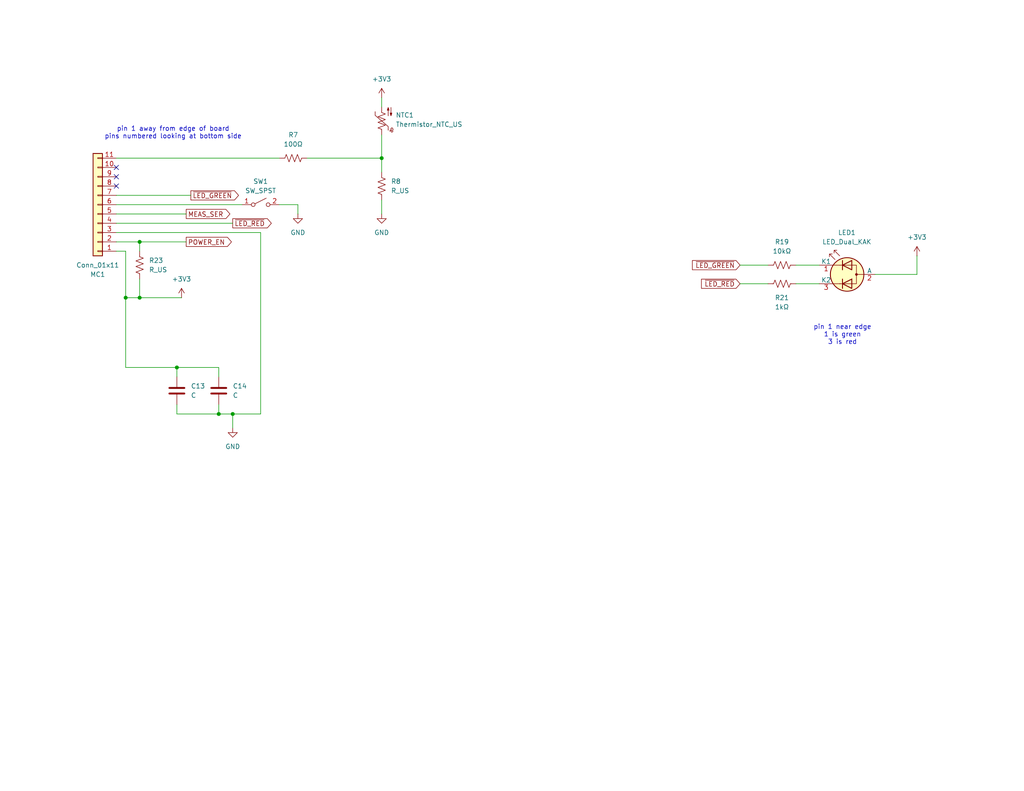
<source format=kicad_sch>
(kicad_sch (version 20250114) (generator "eeschema") (generator_version "9.0")
  (paper "USLetter")
  (lib_symbols
    (symbol "Connector_Generic:Conn_01x11" (pin_names (offset 1.016) (hide yes))
      (property "Reference" "J" (at 0 15.24 0))
      (property "Value" "Conn_01x11" (at 0 -15.24 0))
      (symbol "Conn_01x11_1_1"
        (rectangle (start -1.27 13.97) (end 1.27 -13.97) (stroke (width 0.254)) (fill (type background)))
        (rectangle (start -1.27 12.827) (end 0 12.573) (stroke (width 0.1524)))
        (rectangle (start -1.27 10.287) (end 0 10.033) (stroke (width 0.1524)))
        (rectangle (start -1.27 7.747) (end 0 7.493) (stroke (width 0.1524)))
        (rectangle (start -1.27 5.207) (end 0 4.953) (stroke (width 0.1524)))
        (rectangle (start -1.27 2.667) (end 0 2.413) (stroke (width 0.1524)))
        (rectangle (start -1.27 0.127) (end 0 -0.127) (stroke (width 0.1524)))
        (rectangle (start -1.27 -2.413) (end 0 -2.667) (stroke (width 0.1524)))
        (rectangle (start -1.27 -4.953) (end 0 -5.207) (stroke (width 0.1524)))
        (rectangle (start -1.27 -7.493) (end 0 -7.747) (stroke (width 0.1524)))
        (rectangle (start -1.27 -10.033) (end 0 -10.287) (stroke (width 0.1524)))
        (rectangle (start -1.27 -12.573) (end 0 -12.827) (stroke (width 0.1524)))
        (pin passive line (at -5.08 12.7 0) (length 3.81) (name "Pin_1") (number "1"))
        (pin passive line (at -5.08 10.16 0) (length 3.81) (name "Pin_2") (number "2"))
        (pin passive line (at -5.08 7.62 0) (length 3.81) (name "Pin_3") (number "3"))
        (pin passive line (at -5.08 5.08 0) (length 3.81) (name "Pin_4") (number "4"))
        (pin passive line (at -5.08 2.54 0) (length 3.81) (name "Pin_5") (number "5"))
        (pin passive line (at -5.08 0 0) (length 3.81) (name "Pin_6") (number "6"))
        (pin passive line (at -5.08 -2.54 0) (length 3.81) (name "Pin_7") (number "7"))
        (pin passive line (at -5.08 -5.08 0) (length 3.81) (name "Pin_8") (number "8"))
        (pin passive line (at -5.08 -7.62 0) (length 3.81) (name "Pin_9") (number "9"))
        (pin passive line (at -5.08 -10.16 0) (length 3.81) (name "Pin_10") (number "10"))
        (pin passive line (at -5.08 -12.7 0) (length 3.81) (name "Pin_11") (number "11"))
      )
    )
    (symbol "Device:C" (pin_numbers (hide yes)) (pin_names (offset 0.254))
      (property "Reference" "C" (at 0.635 2.54 0))
      (property "Value" "C" (at 0.635 -2.54 0))
      (symbol "C_0_1"
        (polyline (pts (xy -2.032 0.762) (xy 2.032 0.762)) (stroke (width 0.508)))
        (polyline (pts (xy -2.032 -0.762) (xy 2.032 -0.762)) (stroke (width 0.508)))
      )
      (symbol "C_1_1"
        (pin passive line (at 0 3.81 270) (length 2.794) (name "~") (number "1"))
        (pin passive line (at 0 -3.81 90) (length 2.794) (name "~") (number "2"))
      )
    )
    (symbol "Device:LED_Dual_KAK" (pin_names (offset 0))
      (property "Reference" "D" (at 0 5.715 0))
      (property "Value" "LED_Dual_KAK" (at 0 -6.35 0))
      (symbol "LED_Dual_KAK_0_1"
        (polyline (pts (xy -4.572 0) (xy -2.54 0)))
        (circle (center -2.54 0) (radius 0.2794) (fill (type outline)))
        (polyline (pts (xy -1.27 3.81) (xy -1.27 1.27) (xy 1.27 2.54) (xy -1.27 3.81)) (stroke (width 0.254)))
        (polyline (pts (xy -1.27 -1.27) (xy -1.27 -3.81) (xy 1.27 -2.54) (xy -1.27 -1.27)) (stroke (width 0.254)))
        (circle (center 0 0) (radius 4.572) (stroke (width 0.254)) (fill (type background)))
        (polyline (pts (xy 1.27 3.81) (xy 1.27 1.27)) (stroke (width 0.254)))
        (polyline (pts (xy 1.27 -1.27) (xy 1.27 -3.81)) (stroke (width 0.254)))
        (polyline (pts (xy 2.032 5.08) (xy 3.556 6.604) (xy 2.794 6.604) (xy 3.556 6.604) (xy 3.556 5.842)))
        (polyline (pts (xy 2.032 2.54) (xy -2.54 2.54) (xy -2.54 -2.54) (xy 2.032 -2.54)))
        (polyline (pts (xy 3.302 4.064) (xy 4.826 5.588) (xy 4.064 5.588) (xy 4.826 5.588) (xy 4.826 4.826)))
        (polyline (pts (xy 3.81 2.54) (xy 1.905 2.54)))
        (polyline (pts (xy 3.81 -2.54) (xy 1.905 -2.54)))
      )
      (symbol "LED_Dual_KAK_1_1"
        (pin input line (at -7.62 0 0) (length 3.048) (name "A") (number "2"))
        (pin input line (at 7.62 2.54 180) (length 3.81) (name "K1") (number "1"))
        (pin input line (at 7.62 -2.54 180) (length 3.81) (name "K2") (number "3"))
      )
    )
    (symbol "Device:R_US" (pin_numbers (hide yes)) (pin_names (offset 0))
      (property "Reference" "R" (at 2.54 0 90))
      (property "Value" "R_US" (at -2.54 0 90))
      (symbol "R_US_0_1"
        (polyline (pts (xy 0 2.286) (xy 0 2.54)))
        (polyline (pts (xy 0 2.286) (xy 1.016 1.905) (xy 0 1.524) (xy -1.016 1.143) (xy 0 0.762)))
        (polyline (pts (xy 0 0.762) (xy 1.016 0.381) (xy 0 0) (xy -1.016 -0.381) (xy 0 -0.762)))
        (polyline (pts (xy 0 -0.762) (xy 1.016 -1.143) (xy 0 -1.524) (xy -1.016 -1.905) (xy 0 -2.286)))
        (polyline (pts (xy 0 -2.286) (xy 0 -2.54)))
      )
      (symbol "R_US_1_1"
        (pin passive line (at 0 3.81 270) (length 1.27) (name "~") (number "1"))
        (pin passive line (at 0 -3.81 90) (length 1.27) (name "~") (number "2"))
      )
    )
    (symbol "Device:Thermistor_NTC_US" (pin_numbers (hide yes)) (pin_names (offset 0))
      (property "Reference" "TH" (at -4.445 0 90))
      (property "Value" "Thermistor_NTC_US" (at 3.175 0 90))
      (symbol "Thermistor_NTC_US_0_1"
        (arc (start -3.175 2.413) (mid -3.0506 2.3165) (end -3.048 2.159))
        (arc (start -3.048 2.794) (mid -2.9736 2.9736) (end -2.794 3.048))
        (arc (start -2.794 3.048) (mid -2.6144 2.9736) (end -2.54 2.794))
        (arc (start -2.794 2.54) (mid -2.9736 2.6144) (end -3.048 2.794))
        (arc (start -2.794 1.905) (mid -2.9736 1.9794) (end -3.048 2.159))
        (arc (start -2.54 2.159) (mid -2.6144 1.9794) (end -2.794 1.905))
        (arc (start -2.159 2.794) (mid -2.434 2.5608) (end -2.794 2.54))
        (polyline (pts (xy -2.54 2.159) (xy -2.54 2.794)))
        (polyline (pts (xy -2.54 -3.683) (xy -2.54 -1.397) (xy -2.794 -2.159) (xy -2.286 -2.159) (xy -2.54 -1.397) (xy -2.54 -1.651)) (fill (type outline)))
        (polyline (pts (xy -1.778 2.54) (xy -1.778 1.524) (xy 1.778 -1.524) (xy 1.778 -2.54)))
        (polyline (pts (xy -1.778 -1.397) (xy -1.778 -3.683) (xy -2.032 -2.921) (xy -1.524 -2.921) (xy -1.778 -3.683) (xy -1.778 -3.429)) (fill (type outline)))
        (polyline (pts (xy 0 2.286) (xy 0 2.54)))
        (polyline (pts (xy 0 2.286) (xy 1.016 1.905) (xy 0 1.524) (xy -1.016 1.143) (xy 0 0.762)))
        (polyline (pts (xy 0 0.762) (xy 1.016 0.381) (xy 0 0) (xy -1.016 -0.381) (xy 0 -0.762)))
        (polyline (pts (xy 0 -0.762) (xy 1.016 -1.143) (xy 0 -1.524) (xy -1.016 -1.905) (xy 0 -2.286)))
        (polyline (pts (xy 0 -2.286) (xy 0 -2.54)))
      )
      (symbol "Thermistor_NTC_US_1_1"
        (pin passive line (at 0 3.81 270) (length 1.27) (name "~") (number "1"))
        (pin passive line (at 0 -3.81 90) (length 1.27) (name "~") (number "2"))
      )
    )
    (symbol "Switch:SW_SPST" (pin_names (offset 0) (hide yes))
      (property "Reference" "SW" (at 0 3.175 0))
      (property "Value" "SW_SPST" (at 0 -2.54 0))
      (symbol "SW_SPST_0_0"
        (circle (center -2.032 0) (radius 0.508))
        (polyline (pts (xy -1.524 0.254) (xy 1.524 1.778)))
        (circle (center 2.032 0) (radius 0.508))
      )
      (symbol "SW_SPST_1_1"
        (pin passive line (at -5.08 0 0) (length 2.54) (name "A") (number "1"))
        (pin passive line (at 5.08 0 180) (length 2.54) (name "B") (number "2"))
      )
    )
    (symbol "power:+3V3" (power) (pin_numbers (hide yes)) (pin_names (offset 0) (hide yes))
      (property "Value" "+3V3" (at 0 3.556 0))
      (symbol "+3V3_0_1"
        (polyline (pts (xy -0.762 1.27) (xy 0 2.54)))
        (polyline (pts (xy 0 2.54) (xy 0.762 1.27)))
        (polyline (pts (xy 0 0) (xy 0 2.54)))
      )
      (symbol "+3V3_1_1"
        (pin power_in line (at 0 0 90) (length 0) (name "~") (number "1"))
      )
    )
    (symbol "power:GND" (power) (pin_numbers (hide yes)) (pin_names (offset 0) (hide yes))
      (property "Value" "GND" (at 0 -3.81 0))
      (symbol "GND_0_1"
        (polyline (pts (xy 0 0) (xy 0 -1.27) (xy 1.27 -1.27) (xy 0 -2.54) (xy -1.27 -1.27) (xy 0 -1.27)))
      )
      (symbol "GND_1_1"
        (pin power_in line (at 0 0 270) (length 0) (name "~") (number "1"))
      )
    )
  )
  (text "pin 1 away from edge of board\npins numbered looking at bottom side" (at 47.244 36.322 0) (effects (font (size 1.27 1.27))))
  (text "pin 1 near edge\n1 is green\n3 is red" (at 229.87 91.44 0) (effects (font (size 1.27 1.27))))
  (junction (at 38.1 66.04))
  (junction (at 48.26 100.33))
  (junction (at 59.69 113.03))
  (junction (at 104.14 43.18))
  (junction (at 38.1 81.28))
  (junction (at 63.5 113.03))
  (junction (at 34.29 81.28))
  (no_connect (at 31.75 45.72))
  (no_connect (at 31.75 50.8))
  (no_connect (at 31.75 48.26))
  (wire (pts (xy 59.69 100.33) (xy 59.69 102.87)))
  (wire (pts (xy 31.75 66.04) (xy 38.1 66.04)))
  (wire (pts (xy 104.14 43.18) (xy 104.14 46.99)))
  (wire (pts (xy 217.17 72.39) (xy 223.52 72.39)))
  (wire (pts (xy 31.75 63.5) (xy 71.12 63.5)))
  (wire (pts (xy 31.75 58.42) (xy 50.8 58.42)))
  (wire (pts (xy 48.26 100.33) (xy 59.69 100.33)))
  (wire (pts (xy 104.14 54.61) (xy 104.14 58.42)))
  (wire (pts (xy 48.26 110.49) (xy 48.26 113.03)))
  (wire (pts (xy 38.1 66.04) (xy 38.1 68.58)))
  (wire (pts (xy 38.1 81.28) (xy 49.53 81.28)))
  (wire (pts (xy 250.19 74.93) (xy 250.19 69.85)))
  (wire (pts (xy 34.29 68.58) (xy 34.29 81.28)))
  (wire (pts (xy 81.28 55.88) (xy 81.28 58.42)))
  (wire (pts (xy 31.75 43.18) (xy 76.2 43.18)))
  (wire (pts (xy 217.17 77.47) (xy 223.52 77.47)))
  (wire (pts (xy 71.12 113.03) (xy 63.5 113.03)))
  (wire (pts (xy 76.2 55.88) (xy 81.28 55.88)))
  (wire (pts (xy 59.69 110.49) (xy 59.69 113.03)))
  (wire (pts (xy 31.75 55.88) (xy 66.04 55.88)))
  (wire (pts (xy 48.26 100.33) (xy 48.26 102.87)))
  (wire (pts (xy 59.69 113.03) (xy 63.5 113.03)))
  (wire (pts (xy 31.75 68.58) (xy 34.29 68.58)))
  (wire (pts (xy 34.29 81.28) (xy 38.1 81.28)))
  (wire (pts (xy 63.5 113.03) (xy 63.5 116.84)))
  (wire (pts (xy 83.82 43.18) (xy 104.14 43.18)))
  (wire (pts (xy 31.75 53.34) (xy 52.07 53.34)))
  (wire (pts (xy 71.12 63.5) (xy 71.12 113.03)))
  (wire (pts (xy 31.75 60.96) (xy 63.5 60.96)))
  (wire (pts (xy 238.76 74.93) (xy 250.19 74.93)))
  (wire (pts (xy 38.1 66.04) (xy 50.8 66.04)))
  (wire (pts (xy 201.93 77.47) (xy 209.55 77.47)))
  (wire (pts (xy 34.29 100.33) (xy 34.29 81.28)))
  (wire (pts (xy 104.14 36.83) (xy 104.14 43.18)))
  (wire (pts (xy 104.14 26.67) (xy 104.14 29.21)))
  (wire (pts (xy 201.93 72.39) (xy 209.55 72.39)))
  (wire (pts (xy 34.29 100.33) (xy 48.26 100.33)))
  (wire (pts (xy 48.26 113.03) (xy 59.69 113.03)))
  (wire (pts (xy 38.1 76.2) (xy 38.1 81.28)))
  (global_label "~{LED_RED}" (shape output) (at 63.5 60.96 0) (property "Intersheetrefs" "${INTERSHEET_REFS}" (effects (hide yes))))
  (global_label "POWER_EN" (shape output) (at 50.8 66.04 0) (property "Intersheetrefs" "${INTERSHEET_REFS}" (effects (hide yes))))
  (global_label "~{LED_RED}" (shape input) (at 201.93 77.47 180) (property "Intersheetrefs" "${INTERSHEET_REFS}" (effects (hide yes))))
  (global_label "~{LED_GREEN}" (shape input) (at 201.93 72.39 180) (property "Intersheetrefs" "${INTERSHEET_REFS}" (effects (hide yes))))
  (global_label "~{LED_GREEN}" (shape output) (at 52.07 53.34 0) (property "Intersheetrefs" "${INTERSHEET_REFS}" (effects (hide yes))))
  (global_label "MEAS_SER" (shape output) (at 50.8 58.42 0) (property "Intersheetrefs" "${INTERSHEET_REFS}" (effects (hide yes))))
  (symbol (lib_id "Device:R_US") (at 104.14 50.8 180) (unit 1)
    (property "Reference" "R8" (at 106.68 49.5299 0) (effects (justify right)))
    (property "Value" "R_US" (at 106.68 52.0699 0) (effects (justify right)))
    (property "Description" "Resistor, US symbol" (effects (hide yes)))
  )
  (symbol (lib_id "power:GND") (at 63.5 116.84 0) (unit 1)
    (property "Reference" "#PWR018" (effects (hide yes)))
    (property "Value" "GND" (at 63.5 121.92 0))
    (property "Description" "Power symbol creates a global label with name \"GND\" , ground" (effects (hide yes)))
  )
  (symbol (lib_id "Device:C") (at 59.69 106.68 0) (unit 1)
    (property "Reference" "C14" (at 63.5 105.4099 0) (effects (justify left)))
    (property "Value" "C" (at 63.5 107.9499 0) (effects (justify left)))
    (property "Description" "Unpolarized capacitor" (effects (hide yes)))
  )
  (symbol (lib_id "power:+3V3") (at 250.19 69.85 0) (unit 1)
    (property "Reference" "#PWR014" (effects (hide yes)))
    (property "Value" "+3V3" (at 250.19 64.77 0))
    (property "Description" "Power symbol creates a global label with name \"+3V3\"" (effects (hide yes)))
  )
  (symbol (lib_id "Device:R_US") (at 38.1 72.39 180) (unit 1)
    (property "Reference" "R23" (at 40.64 71.1199 0) (effects (justify right)))
    (property "Value" "R_US" (at 40.64 73.6599 0) (effects (justify right)))
    (property "Description" "Resistor, US symbol" (effects (hide yes)))
  )
  (symbol (lib_id "Device:LED_Dual_KAK") (at 231.14 74.93 0) (mirror y) (unit 1)
    (property "Reference" "LED1" (at 231.0765 63.5 0))
    (property "Value" "LED_Dual_KAK" (at 231.0765 66.04 0))
    (property "Description" "Dual LED, common anode on pin 2" (effects (hide yes)))
  )
  (symbol (lib_id "Device:R_US") (at 213.36 77.47 90) (unit 1)
    (property "Reference" "R21" (at 213.36 81.28 90))
    (property "Value" "1kΩ" (at 213.36 83.82 90))
    (property "Description" "Resistor, US symbol" (effects (hide yes)))
  )
  (symbol (lib_id "Connector_Generic:Conn_01x11") (at 26.67 55.88 180) (unit 1)
    (property "Reference" "MC1" (at 26.67 74.93 0))
    (property "Value" "Conn_01x11" (at 26.67 72.39 0))
    (property "Footprint" "Connector_PinHeader_1.00mm:PinHeader_1x11_P1.00mm_Vertical_SMD_Pin1Left" (effects (hide yes)))
    (property "Description" "Generic connector, single row, 01x11, script generated (kicad-library-utils/schlib/autogen/connector/)" (effects (hide yes)))
  )
  (symbol (lib_id "Device:C") (at 48.26 106.68 0) (unit 1)
    (property "Reference" "C13" (at 52.07 105.4099 0) (effects (justify left)))
    (property "Value" "C" (at 52.07 107.9499 0) (effects (justify left)))
    (property "Description" "Unpolarized capacitor" (effects (hide yes)))
  )
  (symbol (lib_id "Device:R_US") (at 80.01 43.18 90) (unit 1)
    (property "Reference" "R7" (at 80.01 36.83 90))
    (property "Value" "100Ω" (at 80.01 39.37 90))
    (property "Description" "Resistor, US symbol" (effects (hide yes)))
  )
  (symbol (lib_id "Switch:SW_SPST") (at 71.12 55.88 0) (unit 1)
    (property "Reference" "SW1" (at 71.12 49.53 0))
    (property "Value" "SW_SPST" (at 71.12 52.07 0))
    (property "Description" "Single Pole Single Throw (SPST) switch" (effects (hide yes)))
  )
  (symbol (lib_id "Device:Thermistor_NTC_US") (at 104.14 33.02 180) (unit 1)
    (property "Reference" "NTC1" (at 107.95 31.4324 0) (effects (justify right)))
    (property "Value" "Thermistor_NTC_US" (at 107.95 33.9724 0) (effects (justify right)))
    (property "Description" "Temperature dependent resistor, negative temperature coefficient, US symbol" (effects (hide yes)))
  )
  (symbol (lib_id "power:+3V3") (at 104.14 26.67 0) (unit 1)
    (property "Reference" "#PWR016" (effects (hide yes)))
    (property "Value" "+3V3" (at 104.14 21.59 0))
    (property "Description" "Power symbol creates a global label with name \"+3V3\"" (effects (hide yes)))
  )
  (symbol (lib_id "power:GND") (at 104.14 58.42 0) (unit 1)
    (property "Reference" "#PWR017" (effects (hide yes)))
    (property "Value" "GND" (at 104.14 63.5 0))
    (property "Description" "Power symbol creates a global label with name \"GND\" , ground" (effects (hide yes)))
  )
  (symbol (lib_id "power:+3V3") (at 49.53 81.28 0) (unit 1)
    (property "Reference" "#PWR015" (effects (hide yes)))
    (property "Value" "+3V3" (at 49.53 76.2 0))
    (property "Description" "Power symbol creates a global label with name \"+3V3\"" (effects (hide yes)))
  )
  (symbol (lib_id "power:GND") (at 81.28 58.42 0) (unit 1)
    (property "Reference" "#PWR020" (effects (hide yes)))
    (property "Value" "GND" (at 81.28 63.5 0))
    (property "Description" "Power symbol creates a global label with name \"GND\" , ground" (effects (hide yes)))
  )
  (symbol (lib_id "Device:R_US") (at 213.36 72.39 90) (unit 1)
    (property "Reference" "R19" (at 213.36 66.04 90))
    (property "Value" "10kΩ" (at 213.36 68.58 90))
    (property "Description" "Resistor, US symbol" (effects (hide yes)))
  )
)
</source>
